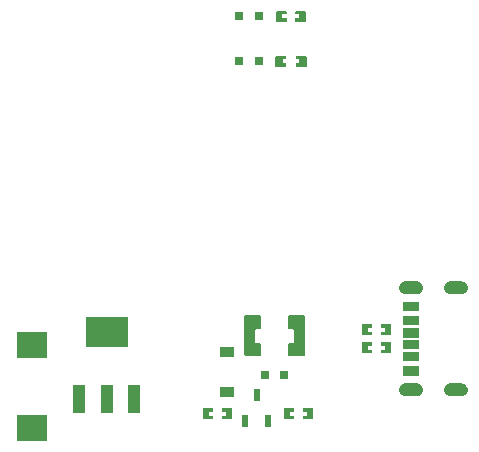
<source format=gtp>
G04 Layer: TopPasteMaskLayer*
G04 Panelize: Stamp Hole, Column: 2, Row: 2, Board Size: 58.42mm x 58.42mm, Panelized Board Size: 122.84mm x 122.84mm*
G04 EasyEDA v6.5.32, 2023-07-30 21:55:26*
G04 0189717723f44532b496580ac8dbca45,5a6b42c53f6a479593ecc07194224c93,10*
G04 Gerber Generator version 0.2*
G04 Scale: 100 percent, Rotated: No, Reflected: No *
G04 Dimensions in millimeters *
G04 leading zeros omitted , absolute positions ,4 integer and 5 decimal *
%FSLAX45Y45*%
%MOMM*%

%AMMACRO1*21,1,$1,$2,0,0,$3*%
%ADD10MACRO1,2.592X2.2075X0.0000*%
%ADD11R,2.5920X2.2075*%
%ADD12R,0.8000X0.8000*%
%ADD13R,1.0500X2.4650*%
%ADD14MACRO1,3.54X2.465X0.0000*%
%ADD15R,1.1500X0.9500*%
%ADD16R,0.5320X1.0375*%
%ADD17R,0.0157X1.0375*%

%LPD*%
G36*
X4099102Y5315508D02*
G01*
X4094073Y5310479D01*
X4094073Y5230520D01*
X4099102Y5225491D01*
X4184091Y5225491D01*
X4189120Y5230520D01*
X4189120Y5255514D01*
X4159097Y5255514D01*
X4159097Y5285486D01*
X4189120Y5285486D01*
X4189120Y5310479D01*
X4184091Y5315508D01*
G37*
G36*
X4274108Y5315508D02*
G01*
X4269079Y5310479D01*
X4269079Y5285486D01*
X4299102Y5285486D01*
X4299102Y5255514D01*
X4269079Y5255514D01*
X4269079Y5230520D01*
X4274108Y5225491D01*
X4359097Y5225491D01*
X4364075Y5230520D01*
X4364075Y5310479D01*
X4359097Y5315508D01*
G37*
G36*
X4268622Y5696508D02*
G01*
X4263593Y5691479D01*
X4263593Y5668721D01*
X4300575Y5668721D01*
X4300575Y5635701D01*
X4263593Y5635701D01*
X4263593Y5611520D01*
X4268622Y5606491D01*
X4348581Y5606491D01*
X4353610Y5611520D01*
X4353610Y5691479D01*
X4348581Y5696508D01*
G37*
G36*
X4109618Y5696508D02*
G01*
X4104589Y5691479D01*
X4104589Y5611520D01*
X4109618Y5606491D01*
X4188612Y5606491D01*
X4193590Y5611520D01*
X4193590Y5635701D01*
X4155592Y5635701D01*
X4155592Y5668721D01*
X4193590Y5668721D01*
X4193590Y5691479D01*
X4188612Y5696508D01*
G37*
G36*
X4992471Y3042208D02*
G01*
X4987493Y3037179D01*
X4987493Y3014421D01*
X5024475Y3014421D01*
X5024475Y2981401D01*
X4987493Y2981401D01*
X4987493Y2957169D01*
X4992471Y2952191D01*
X5072481Y2952191D01*
X5077510Y2957169D01*
X5077510Y3037179D01*
X5072481Y3042208D01*
G37*
G36*
X4833518Y3042208D02*
G01*
X4828489Y3037179D01*
X4828489Y2957169D01*
X4833518Y2952191D01*
X4912512Y2952191D01*
X4917490Y2957169D01*
X4917490Y2981401D01*
X4879492Y2981401D01*
X4879492Y3014421D01*
X4917490Y3014421D01*
X4917490Y3037179D01*
X4912512Y3042208D01*
G37*
G36*
X4992471Y2889808D02*
G01*
X4987493Y2884779D01*
X4987493Y2862021D01*
X5024475Y2862021D01*
X5024475Y2829001D01*
X4987493Y2829001D01*
X4987493Y2804769D01*
X4992471Y2799791D01*
X5072481Y2799791D01*
X5077510Y2804769D01*
X5077510Y2884779D01*
X5072481Y2889808D01*
G37*
G36*
X4833518Y2889808D02*
G01*
X4828489Y2884779D01*
X4828489Y2804769D01*
X4833518Y2799791D01*
X4912512Y2799791D01*
X4917490Y2804769D01*
X4917490Y2829001D01*
X4879492Y2829001D01*
X4879492Y2862021D01*
X4917490Y2862021D01*
X4917490Y2884779D01*
X4912512Y2889808D01*
G37*
G36*
X3646271Y2331008D02*
G01*
X3641293Y2325979D01*
X3641293Y2303170D01*
X3678275Y2303170D01*
X3678275Y2270201D01*
X3641293Y2270201D01*
X3641293Y2245969D01*
X3646271Y2240991D01*
X3726281Y2240991D01*
X3731310Y2245969D01*
X3731310Y2325979D01*
X3726281Y2331008D01*
G37*
G36*
X3487318Y2331008D02*
G01*
X3482289Y2325979D01*
X3482289Y2245969D01*
X3487318Y2240991D01*
X3566312Y2240991D01*
X3571290Y2245969D01*
X3571290Y2270201D01*
X3533292Y2270201D01*
X3533292Y2303170D01*
X3571290Y2303170D01*
X3571290Y2325979D01*
X3566312Y2331008D01*
G37*
G36*
X4332071Y2331008D02*
G01*
X4327093Y2325979D01*
X4327093Y2303170D01*
X4364075Y2303170D01*
X4364075Y2270201D01*
X4327093Y2270201D01*
X4327093Y2245969D01*
X4332071Y2240991D01*
X4412081Y2240991D01*
X4417110Y2245969D01*
X4417110Y2325979D01*
X4412081Y2331008D01*
G37*
G36*
X4173118Y2331008D02*
G01*
X4168089Y2325979D01*
X4168089Y2245969D01*
X4173118Y2240991D01*
X4252112Y2240991D01*
X4257090Y2245969D01*
X4257090Y2270201D01*
X4219092Y2270201D01*
X4219092Y2303170D01*
X4257090Y2303170D01*
X4257090Y2325979D01*
X4252112Y2331008D01*
G37*
G36*
X3843731Y3121355D02*
G01*
X3833723Y3111347D01*
X3833723Y2781452D01*
X3843731Y2771444D01*
X3964381Y2771444D01*
X3974388Y2781452D01*
X3974388Y2876905D01*
X3964381Y2886913D01*
X3936542Y2886913D01*
X3926586Y2896920D01*
X3926586Y2995879D01*
X3936542Y3005886D01*
X3964381Y3005886D01*
X3974388Y3015894D01*
X3974388Y3111347D01*
X3964381Y3121355D01*
G37*
G36*
X4214368Y3121355D02*
G01*
X4204411Y3111347D01*
X4204411Y3015894D01*
X4214368Y3005886D01*
X4242206Y3005886D01*
X4252214Y2995879D01*
X4252214Y2896920D01*
X4242206Y2886913D01*
X4214368Y2886913D01*
X4204411Y2876905D01*
X4204411Y2781452D01*
X4214368Y2771444D01*
X4335068Y2771444D01*
X4345076Y2781452D01*
X4345076Y3111347D01*
X4335068Y3121355D01*
G37*
G36*
X5200650Y3408019D02*
G01*
X5193893Y3407562D01*
X5187238Y3406343D01*
X5183987Y3405428D01*
X5177688Y3402939D01*
X5174640Y3401466D01*
X5168900Y3397910D01*
X5163616Y3393643D01*
X5158892Y3388766D01*
X5154828Y3383381D01*
X5151424Y3377539D01*
X5148783Y3371291D01*
X5146954Y3364788D01*
X5145887Y3358083D01*
X5145684Y3351326D01*
X5145887Y3347923D01*
X5146954Y3341217D01*
X5148783Y3334715D01*
X5151424Y3328466D01*
X5154828Y3322624D01*
X5158892Y3317189D01*
X5163616Y3312363D01*
X5168900Y3308096D01*
X5174640Y3304540D01*
X5180787Y3301695D01*
X5187238Y3299663D01*
X5193893Y3298393D01*
X5200650Y3297986D01*
X5294071Y3298088D01*
X5300776Y3298951D01*
X5307330Y3300577D01*
X5313680Y3303015D01*
X5319623Y3306216D01*
X5325160Y3310128D01*
X5330139Y3314700D01*
X5334558Y3319830D01*
X5338318Y3325520D01*
X5341315Y3331565D01*
X5343601Y3337966D01*
X5345023Y3344570D01*
X5345633Y3351326D01*
X5345430Y3358083D01*
X5344414Y3364788D01*
X5342534Y3371291D01*
X5339892Y3377539D01*
X5336540Y3383381D01*
X5332425Y3388766D01*
X5327751Y3393643D01*
X5322468Y3397910D01*
X5316677Y3401466D01*
X5310530Y3404260D01*
X5307330Y3405428D01*
X5300776Y3407054D01*
X5294071Y3407918D01*
G37*
G36*
X5200650Y2544013D02*
G01*
X5193893Y2543556D01*
X5187238Y2542336D01*
X5183987Y2541422D01*
X5177688Y2538933D01*
X5174640Y2537460D01*
X5168900Y2533904D01*
X5163616Y2529636D01*
X5158892Y2524760D01*
X5154828Y2519375D01*
X5151424Y2513533D01*
X5148783Y2507284D01*
X5146954Y2500782D01*
X5145887Y2494076D01*
X5145684Y2487320D01*
X5145887Y2483916D01*
X5146954Y2477211D01*
X5148783Y2470708D01*
X5151424Y2464460D01*
X5154828Y2458618D01*
X5158892Y2453182D01*
X5163616Y2448356D01*
X5168900Y2444089D01*
X5174640Y2440533D01*
X5180787Y2437688D01*
X5187238Y2435656D01*
X5193893Y2434386D01*
X5200650Y2433980D01*
X5294071Y2434082D01*
X5300776Y2434945D01*
X5307330Y2436571D01*
X5313680Y2439009D01*
X5319623Y2442210D01*
X5325160Y2446121D01*
X5330139Y2450693D01*
X5334558Y2455824D01*
X5338318Y2461514D01*
X5341315Y2467559D01*
X5343601Y2473960D01*
X5345023Y2480564D01*
X5345633Y2487320D01*
X5345430Y2494076D01*
X5344414Y2500782D01*
X5342534Y2507284D01*
X5339892Y2513533D01*
X5336540Y2519375D01*
X5332425Y2524760D01*
X5327751Y2529636D01*
X5322468Y2533904D01*
X5316677Y2537460D01*
X5310530Y2540254D01*
X5307330Y2541422D01*
X5300776Y2543048D01*
X5294071Y2543911D01*
G37*
G36*
X5580684Y2544013D02*
G01*
X5577281Y2543911D01*
X5570575Y2543048D01*
X5564022Y2541422D01*
X5557672Y2538933D01*
X5551728Y2535732D01*
X5548884Y2533904D01*
X5543651Y2529636D01*
X5538927Y2524760D01*
X5534812Y2519375D01*
X5531459Y2513533D01*
X5528818Y2507284D01*
X5526938Y2500782D01*
X5525922Y2494076D01*
X5525719Y2487320D01*
X5526328Y2480564D01*
X5526938Y2477211D01*
X5528818Y2470708D01*
X5531459Y2464460D01*
X5534812Y2458618D01*
X5538927Y2453182D01*
X5543651Y2448356D01*
X5548884Y2444089D01*
X5554675Y2440533D01*
X5560822Y2437688D01*
X5567273Y2435656D01*
X5573928Y2434386D01*
X5580684Y2433980D01*
X5674055Y2434082D01*
X5677458Y2434386D01*
X5684113Y2435656D01*
X5690565Y2437688D01*
X5696712Y2440533D01*
X5702452Y2444089D01*
X5707735Y2448356D01*
X5712460Y2453182D01*
X5716524Y2458618D01*
X5719927Y2464460D01*
X5722569Y2470708D01*
X5724398Y2477211D01*
X5725464Y2483916D01*
X5725668Y2490673D01*
X5725058Y2497429D01*
X5723585Y2504033D01*
X5721350Y2510434D01*
X5718302Y2516479D01*
X5714593Y2522118D01*
X5710174Y2527300D01*
X5705144Y2531821D01*
X5702452Y2533904D01*
X5696712Y2537460D01*
X5690565Y2540254D01*
X5687364Y2541422D01*
X5680811Y2543048D01*
X5674055Y2543911D01*
G37*
G36*
X5580684Y3408019D02*
G01*
X5577281Y3407918D01*
X5570575Y3407054D01*
X5564022Y3405428D01*
X5557672Y3402939D01*
X5551728Y3399739D01*
X5548884Y3397910D01*
X5543651Y3393643D01*
X5538927Y3388766D01*
X5534812Y3383381D01*
X5531459Y3377539D01*
X5528818Y3371291D01*
X5526938Y3364788D01*
X5525922Y3358083D01*
X5525719Y3351326D01*
X5526328Y3344570D01*
X5526938Y3341217D01*
X5528818Y3334715D01*
X5531459Y3328466D01*
X5534812Y3322624D01*
X5538927Y3317189D01*
X5543651Y3312363D01*
X5548884Y3308096D01*
X5554675Y3304540D01*
X5560822Y3301695D01*
X5567273Y3299663D01*
X5573928Y3298393D01*
X5580684Y3297986D01*
X5674055Y3298088D01*
X5677458Y3298393D01*
X5684113Y3299663D01*
X5690565Y3301695D01*
X5696712Y3304540D01*
X5702452Y3308096D01*
X5707735Y3312363D01*
X5712460Y3317189D01*
X5716524Y3322624D01*
X5719927Y3328466D01*
X5722569Y3334715D01*
X5724398Y3341217D01*
X5725464Y3347923D01*
X5725668Y3354679D01*
X5725058Y3361436D01*
X5723585Y3368040D01*
X5721350Y3374440D01*
X5718302Y3380486D01*
X5714593Y3386124D01*
X5710174Y3391306D01*
X5705144Y3395827D01*
X5702452Y3397910D01*
X5696712Y3401466D01*
X5690565Y3404260D01*
X5687364Y3405428D01*
X5680811Y3407054D01*
X5674055Y3407918D01*
G37*
G36*
X5175910Y2910992D02*
G01*
X5175910Y2830982D01*
X5315915Y2830982D01*
X5315915Y2910992D01*
G37*
G36*
X5175910Y3010966D02*
G01*
X5175910Y2931007D01*
X5315915Y2931007D01*
X5315915Y3010966D01*
G37*
G36*
X5175758Y3112973D02*
G01*
X5175758Y3033014D01*
X5315762Y3033014D01*
X5315762Y3112973D01*
G37*
G36*
X5175504Y2808986D02*
G01*
X5175504Y2728976D01*
X5315508Y2728976D01*
X5315508Y2808986D01*
G37*
G36*
X5175656Y3236010D02*
G01*
X5175656Y3156000D01*
X5315661Y3156000D01*
X5315661Y3236010D01*
G37*
G36*
X5175656Y2685999D02*
G01*
X5175656Y2605989D01*
X5315661Y2605989D01*
X5315661Y2685999D01*
G37*
D10*
G01*
X2031994Y2865719D03*
D11*
G01*
X2032000Y2163470D03*
D12*
G01*
X4169333Y2616530D03*
G01*
X4009440Y2615844D03*
G01*
X3958590Y5270500D03*
G01*
X3788409Y5270500D03*
G01*
X3958590Y5651500D03*
G01*
X3788409Y5651500D03*
D13*
G01*
X2437002Y2406650D03*
G01*
X2667000Y2406650D03*
G01*
X2896997Y2406650D03*
D14*
G01*
X2666989Y2978139D03*
D15*
G01*
X3683000Y2472334D03*
G01*
X3683000Y2810814D03*
D16*
G01*
X3841978Y2226665D03*
G01*
X4031995Y2226665D03*
G01*
X3937000Y2446909D03*
M02*

</source>
